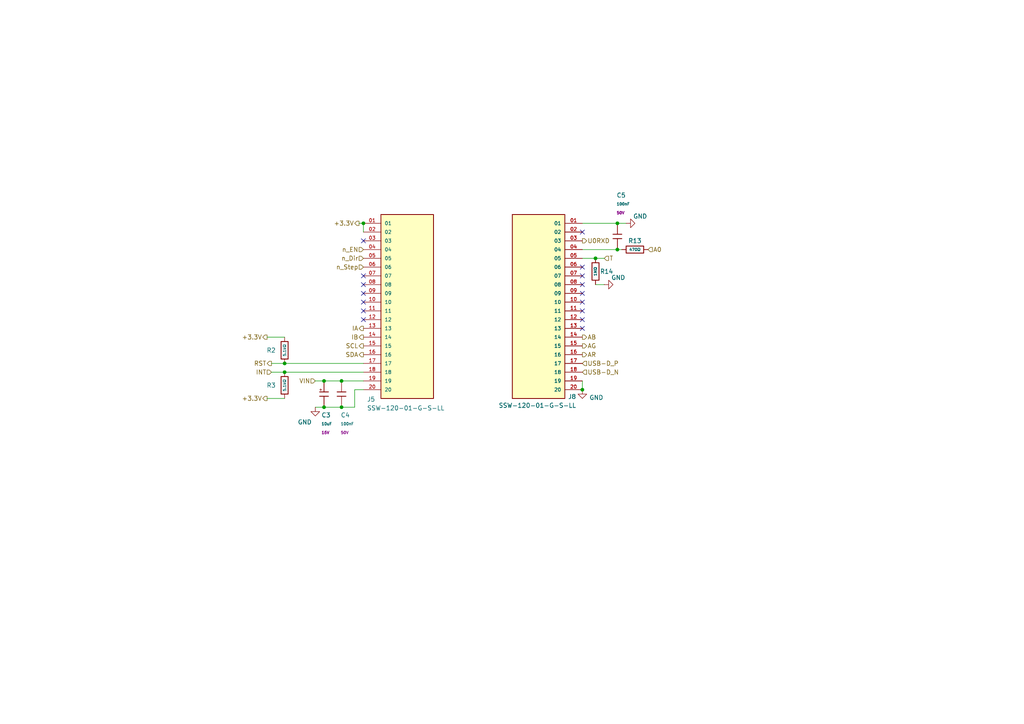
<source format=kicad_sch>
(kicad_sch (version 20250114) (generator "eeschema") (generator_version "9.0")
  (paper "A4")
  (lib_symbols
    (symbol "PCM_JLCPCB-Capacitors:0603,100nF" (pin_numbers (hide yes)) (pin_names (offset 0))
      (property "Reference" "C" (at 2.032 1.668 0))
      (property "Value" "100nF" (at 2.032 -0.3782 0))
      (property "Voltage Rated" "50V" (at 2.032 -2.0462 0))
      (symbol "0603,100nF_0_1"
        (polyline (pts (xy -1.27 0.635) (xy 1.27 0.635)) (stroke (width 0.254)))
        (polyline (pts (xy -1.27 -0.635) (xy 1.27 -0.635)) (stroke (width 0.254)))
      )
      (symbol "0603,100nF_1_1"
        (pin passive line (at 0 3.81 270) (length 3.175) (name "~") (number "1"))
        (pin passive line (at 0 -3.81 90) (length 3.175) (name "~") (number "2"))
      )
    )
    (symbol "PCM_JLCPCB-Capacitors:CASE-A-3216-18(mm),10uF" (pin_numbers (hide yes)) (pin_names (offset 0))
      (property "Reference" "C" (at 2.032 1.668 0))
      (property "Value" "10uF" (at 2.032 -0.3782 0))
      (property "Rated Voltage" "16V" (at 2.032 -2.0462 0))
      (symbol "CASE-A-3216-18(mm),10uF_0_1"
        (polyline (pts (xy -1.27 1.27) (xy -0.635 1.27)) (stroke (width 0.127)))
        (polyline (pts (xy -1.27 0.635) (xy 1.27 0.635)) (stroke (width 0.254)))
        (polyline (pts (xy -1.27 -0.635) (xy 1.27 -0.635)) (stroke (width 0.254)))
        (polyline (pts (xy -0.9525 1.5875) (xy -0.9525 0.9525)) (stroke (width 0.127)))
      )
      (symbol "CASE-A-3216-18(mm),10uF_1_1"
        (pin passive line (at 0 3.81 270) (length 3.175) (name "~") (number "1"))
        (pin passive line (at 0 -3.81 90) (length 3.175) (name "~") (number "2"))
      )
    )
    (symbol "PCM_JLCPCB-Resistors:0603,1MΩ" (pin_numbers (hide yes)) (pin_names (offset 0))
      (property "Reference" "R" (at 1.778 0 0))
      (property "Value" "1MΩ" (at 0 0 90))
      (symbol "0603,1MΩ_0_1"
        (rectangle (start -1.016 2.54) (end 1.016 -2.54) (stroke (width 0.254)))
      )
      (symbol "0603,1MΩ_1_1"
        (pin passive line (at 0 3.81 270) (length 1.27) (name "~") (number "1"))
        (pin passive line (at 0 -3.81 90) (length 1.27) (name "~") (number "2"))
      )
    )
    (symbol "PCM_JLCPCB-Resistors:0603,470Ω" (pin_numbers (hide yes)) (pin_names (offset 0))
      (property "Reference" "R" (at 1.778 0 0))
      (property "Value" "470Ω" (at 0 0 90))
      (symbol "0603,470Ω_0_1"
        (rectangle (start -1.016 2.54) (end 1.016 -2.54) (stroke (width 0.254)))
      )
      (symbol "0603,470Ω_1_1"
        (pin passive line (at 0 3.81 270) (length 1.27) (name "~") (number "1"))
        (pin passive line (at 0 -3.81 90) (length 1.27) (name "~") (number "2"))
      )
    )
    (symbol "PCM_JLCPCB-Resistors:0603,5.1kΩ" (pin_numbers (hide yes)) (pin_names (offset 0))
      (property "Reference" "R" (at 1.778 0 0))
      (property "Value" "5.1kΩ" (at 0 0 90))
      (symbol "0603,5.1kΩ_0_1"
        (rectangle (start -1.016 2.54) (end 1.016 -2.54) (stroke (width 0.254)))
      )
      (symbol "0603,5.1kΩ_1_1"
        (pin passive line (at 0 3.81 270) (length 1.27) (name "~") (number "1"))
        (pin passive line (at 0 -3.81 90) (length 1.27) (name "~") (number "2"))
      )
    )
    (symbol "SSW-120-01-G-S-LL:SSW-120-01-G-S-LL" (pin_names (offset 1.016))
      (property "Reference" "J" (at -8.12 27.94 0))
      (property "Value" "SSW-120-01-G-S-LL" (at -7.62 -27.94 0))
      (symbol "SSW-120-01-G-S-LL_0_0"
        (rectangle (start -7.62 -25.4) (end 7.62 27.94) (stroke (width 0.254)) (fill (type background)))
        (pin passive line (at -12.7 25.4 0) (length 5.08) (name "01") (number "01"))
        (pin passive line (at -12.7 22.86 0) (length 5.08) (name "02") (number "02"))
        (pin passive line (at -12.7 20.32 0) (length 5.08) (name "03") (number "03"))
        (pin passive line (at -12.7 17.78 0) (length 5.08) (name "04") (number "04"))
        (pin passive line (at -12.7 15.24 0) (length 5.08) (name "05") (number "05"))
        (pin passive line (at -12.7 12.7 0) (length 5.08) (name "06") (number "06"))
        (pin passive line (at -12.7 10.16 0) (length 5.08) (name "07") (number "07"))
        (pin passive line (at -12.7 7.62 0) (length 5.08) (name "08") (number "08"))
        (pin passive line (at -12.7 5.08 0) (length 5.08) (name "09") (number "09"))
        (pin passive line (at -12.7 2.54 0) (length 5.08) (name "10") (number "10"))
        (pin passive line (at -12.7 0 0) (length 5.08) (name "11") (number "11"))
        (pin passive line (at -12.7 -2.54 0) (length 5.08) (name "12") (number "12"))
        (pin passive line (at -12.7 -5.08 0) (length 5.08) (name "13") (number "13"))
        (pin passive line (at -12.7 -7.62 0) (length 5.08) (name "14") (number "14"))
        (pin passive line (at -12.7 -10.16 0) (length 5.08) (name "15") (number "15"))
        (pin passive line (at -12.7 -12.7 0) (length 5.08) (name "16") (number "16"))
        (pin passive line (at -12.7 -15.24 0) (length 5.08) (name "17") (number "17"))
        (pin passive line (at -12.7 -17.78 0) (length 5.08) (name "18") (number "18"))
        (pin passive line (at -12.7 -20.32 0) (length 5.08) (name "19") (number "19"))
        (pin passive line (at -12.7 -22.86 0) (length 5.08) (name "20") (number "20"))
      )
    )
    (symbol "power:GND" (power) (pin_numbers (hide yes)) (pin_names (offset 0) (hide yes))
      (property "Value" "GND" (at 0 -3.81 0))
      (symbol "GND_0_1"
        (polyline (pts (xy 0 0) (xy 0 -1.27) (xy 1.27 -1.27) (xy 0 -2.54) (xy -1.27 -1.27) (xy 0 -1.27)))
      )
      (symbol "GND_1_1"
        (pin power_in line (at 0 0 270) (length 0) (name "~") (number "1"))
      )
    )
  )
  (junction (at 168.91 113.03))
  (junction (at 82.55 105.41))
  (junction (at 179.07 64.77))
  (junction (at 93.98 118.11))
  (junction (at 82.55 107.95))
  (junction (at 99.06 110.49))
  (junction (at 172.72 74.93))
  (junction (at 179.07 72.39))
  (junction (at 99.06 118.11))
  (junction (at 105.41 64.77))
  (junction (at 93.98 110.49))
  (no_connect (at 168.91 95.25))
  (no_connect (at 105.41 69.85))
  (no_connect (at 168.91 77.47))
  (no_connect (at 168.91 92.71))
  (no_connect (at 168.91 67.31))
  (no_connect (at 105.41 92.71))
  (no_connect (at 105.41 85.09))
  (no_connect (at 168.91 80.01))
  (no_connect (at 168.91 85.09))
  (no_connect (at 105.41 87.63))
  (no_connect (at 105.41 90.17))
  (no_connect (at 168.91 82.55))
  (no_connect (at 168.91 87.63))
  (no_connect (at 105.41 80.01))
  (no_connect (at 105.41 82.55))
  (no_connect (at 168.91 90.17))
  (wire (pts (xy 99.06 110.49) (xy 105.41 110.49)))
  (wire (pts (xy 93.98 110.49) (xy 91.44 110.49)))
  (wire (pts (xy 91.44 118.11) (xy 93.98 118.11)))
  (wire (pts (xy 82.55 115.57) (xy 77.47 115.57)))
  (wire (pts (xy 82.55 107.95) (xy 105.41 107.95)))
  (wire (pts (xy 78.74 105.41) (xy 82.55 105.41)))
  (wire (pts (xy 102.87 118.11) (xy 102.87 113.03)))
  (wire (pts (xy 172.72 74.93) (xy 175.26 74.93)))
  (wire (pts (xy 82.55 105.41) (xy 105.41 105.41)))
  (wire (pts (xy 168.91 110.49) (xy 168.91 113.03)))
  (wire (pts (xy 104.14 64.77) (xy 105.41 64.77)))
  (wire (pts (xy 168.91 64.77) (xy 179.07 64.77)))
  (wire (pts (xy 179.07 72.39) (xy 180.34 72.39)))
  (wire (pts (xy 93.98 118.11) (xy 99.06 118.11)))
  (wire (pts (xy 93.98 110.49) (xy 99.06 110.49)))
  (wire (pts (xy 168.91 74.93) (xy 172.72 74.93)))
  (wire (pts (xy 102.87 113.03) (xy 105.41 113.03)))
  (wire (pts (xy 82.55 97.79) (xy 77.47 97.79)))
  (wire (pts (xy 105.41 64.77) (xy 105.41 67.31)))
  (wire (pts (xy 168.91 72.39) (xy 179.07 72.39)))
  (wire (pts (xy 78.74 107.95) (xy 82.55 107.95)))
  (wire (pts (xy 99.06 118.11) (xy 102.87 118.11)))
  (wire (pts (xy 179.07 64.77) (xy 181.61 64.77)))
  (wire (pts (xy 175.26 82.55) (xy 172.72 82.55)))
  (hierarchical_label "n_Dir" (shape input) (at 105.41 74.93 180))
  (hierarchical_label "USB-D_N" (shape input) (at 168.91 107.95 0))
  (hierarchical_label "VIN" (shape input) (at 91.44 110.49 180))
  (hierarchical_label "+3.3V" (shape output) (at 104.14 64.77 180))
  (hierarchical_label "+3.3V" (shape output) (at 77.47 115.57 180))
  (hierarchical_label "IB" (shape output) (at 105.41 97.79 180))
  (hierarchical_label "AG" (shape output) (at 168.91 100.33 0))
  (hierarchical_label "USB-D_P" (shape input) (at 168.91 105.41 0))
  (hierarchical_label "SDA" (shape output) (at 105.41 102.87 180))
  (hierarchical_label "INT" (shape input) (at 78.74 107.95 180))
  (hierarchical_label "n_EN" (shape input) (at 105.41 72.39 180))
  (hierarchical_label "RST" (shape output) (at 78.74 105.41 180))
  (hierarchical_label "T" (shape input) (at 175.26 74.93 0))
  (hierarchical_label "AR" (shape output) (at 168.91 102.87 0))
  (hierarchical_label "SCL" (shape output) (at 105.41 100.33 180))
  (hierarchical_label "n_Step" (shape input) (at 105.41 77.47 180))
  (hierarchical_label "AB" (shape output) (at 168.91 97.79 0))
  (hierarchical_label "A0" (shape input) (at 187.96 72.39 0))
  (hierarchical_label "U0RXD" (shape output) (at 168.91 69.85 0))
  (hierarchical_label "+3.3V" (shape output) (at 77.47 97.79 180))
  (hierarchical_label "IA" (shape output) (at 105.41 95.25 180))
  (symbol (lib_id "PCM_JLCPCB-Resistors:0603,1MΩ") (at 172.72 78.74 0) (unit 1)
    (property "Reference" "R14" (at 173.99 78.74 0) (effects (justify left)))
    (property "Value" "1MΩ" (at 172.72 78.74 90) (effects (font (size 0.8 0.8))))
    (property "Footprint" "PCM_JLCPCB:R_0603" (effects (hide yes)))
    (property "Datasheet" "https://www.lcsc.com/datasheet/lcsc_datasheet_2206010130_UNI-ROYAL-Uniroyal-Elec-0603WAF1004T5E_C22935.pdf" (effects (hide yes)))
    (property "Description" "100mW Thick Film Resistors 75V ±100ppm/°C ±1% 1MΩ 0603 Chip Resistor - Surface Mount ROHS" (effects (hide yes)))
    (property "LCSC" "C22935" (effects (hide yes)))
    (property "Stock" "2622758" (effects (hide yes)))
    (property "Price" "0.004USD" (effects (hide yes)))
    (property "Process" "SMT" (effects (hide yes)))
    (property "Minimum Qty" "20" (effects (hide yes)))
    (property "Attrition Qty" "10" (effects (hide yes)))
    (property "Class" "Basic Component" (effects (hide yes)))
    (property "Category" "Resistors,Chip Resistor - Surface Mount" (effects (hide yes)))
    (property "Manufacturer" "UNI-ROYAL(Uniroyal Elec)" (effects (hide yes)))
    (property "Part" "0603WAF1004T5E" (effects (hide yes)))
    (property "Resistance" "1MΩ" (effects (hide yes)))
    (property "Power(Watts)" "100mW" (effects (hide yes)))
    (property "Type" "Thick Film Resistors" (effects (hide yes)))
    (property "Overload Voltage (Max)" "75V" (effects (hide yes)))
    (property "Operating Temperature Range" "-55°C~+155°C" (effects (hide yes)))
    (property "Tolerance" "±1%" (effects (hide yes)))
    (property "Temperature Coefficient" "±100ppm/°C" (effects (hide yes)))
  )
  (symbol (lib_id "power:GND") (at 91.44 118.11 0) (mirror y) (unit 1)
    (property "Reference" "#PWR012" (effects (hide yes)))
    (property "Value" "GND" (at 88.392 122.428 0))
    (property "Description" "Power symbol creates a global label with name \"GND\" , ground" (effects (hide yes)))
  )
  (symbol (lib_id "PCM_JLCPCB-Resistors:0603,470Ω") (at 184.15 72.39 90) (unit 1)
    (property "Reference" "R13" (at 184.15 69.85 90))
    (property "Value" "470Ω" (at 184.15 72.39 90) (effects (font (size 0.8 0.8))))
    (property "Footprint" "PCM_JLCPCB:R_0603" (effects (hide yes)))
    (property "Datasheet" "https://www.lcsc.com/datasheet/lcsc_datasheet_2206010116_UNI-ROYAL-Uniroyal-Elec-0603WAF4700T5E_C23179.pdf" (effects (hide yes)))
    (property "Description" "100mW Thick Film Resistors 75V ±100ppm/°C ±1% 470Ω 0603 Chip Resistor - Surface Mount ROHS" (effects (hide yes)))
    (property "LCSC" "C23179" (effects (hide yes)))
    (property "Stock" "3850085" (effects (hide yes)))
    (property "Price" "0.004USD" (effects (hide yes)))
    (property "Process" "SMT" (effects (hide yes)))
    (property "Minimum Qty" "20" (effects (hide yes)))
    (property "Attrition Qty" "10" (effects (hide yes)))
    (property "Class" "Basic Component" (effects (hide yes)))
    (property "Category" "Resistors,Chip Resistor - Surface Mount" (effects (hide yes)))
    (property "Manufacturer" "UNI-ROYAL(Uniroyal Elec)" (effects (hide yes)))
    (property "Part" "0603WAF4700T5E" (effects (hide yes)))
    (property "Resistance" "470Ω" (effects (hide yes)))
    (property "Power(Watts)" "100mW" (effects (hide yes)))
    (property "Type" "Thick Film Resistors" (effects (hide yes)))
    (property "Overload Voltage (Max)" "75V" (effects (hide yes)))
    (property "Operating Temperature Range" "-55°C~+155°C" (effects (hide yes)))
    (property "Tolerance" "±1%" (effects (hide yes)))
    (property "Temperature Coefficient" "±100ppm/°C" (effects (hide yes)))
  )
  (symbol (lib_id "SSW-120-01-G-S-LL:SSW-120-01-G-S-LL") (at 118.11 90.17 0) (unit 1)
    (property "Reference" "J5" (at 106.426 115.824 0) (effects (justify left)))
    (property "Value" "SSW-120-01-G-S-LL" (at 106.426 118.364 0) (effects (justify left)))
    (property "Footprint" "Custom Components:SAMTEC_SSW-120-01-G-S-LL" (effects (hide yes)))
    (property "PARTREV" "R" (effects (hide yes)))
    (property "STANDARD" "Manufacturer Recommendations" (effects (hide yes)))
    (property "MANUFACTURER" "Samtec" (effects (hide yes)))
  )
  (symbol (lib_id "SSW-120-01-G-S-LL:SSW-120-01-G-S-LL") (at 156.21 90.17 0) (mirror y) (unit 1)
    (property "Reference" "J8" (at 167.132 115.062 0) (effects (justify left)))
    (property "Value" "SSW-120-01-G-S-LL" (at 167.132 117.602 0) (effects (justify left)))
    (property "Footprint" "Custom Components:SAMTEC_SSW-120-01-G-S-LL" (effects (hide yes)))
    (property "PARTREV" "R" (effects (hide yes)))
    (property "STANDARD" "Manufacturer Recommendations" (effects (hide yes)))
    (property "MANUFACTURER" "Samtec" (effects (hide yes)))
  )
  (symbol (lib_id "power:GND") (at 181.61 64.77 90) (unit 1)
    (property "Reference" "#PWR011" (effects (hide yes)))
    (property "Value" "GND" (at 185.674 62.738 90))
    (property "Description" "Power symbol creates a global label with name \"GND\" , ground" (effects (hide yes)))
  )
  (symbol (lib_id "power:GND") (at 168.91 113.03 0) (unit 1)
    (property "Reference" "#PWR010" (effects (hide yes)))
    (property "Value" "GND" (at 172.974 115.316 0))
    (property "Description" "Power symbol creates a global label with name \"GND\" , ground" (effects (hide yes)))
  )
  (symbol (lib_id "PCM_JLCPCB-Resistors:0603,5.1kΩ") (at 82.55 101.6 0) (mirror y) (unit 1)
    (property "Reference" "R2" (at 80.01 101.5999 0) (effects (justify left)))
    (property "Value" "5.1kΩ" (at 82.55 101.6 90) (effects (font (size 0.8 0.8))))
    (property "Footprint" "PCM_JLCPCB:R_0603" (effects (hide yes)))
    (property "Datasheet" "https://www.lcsc.com/datasheet/lcsc_datasheet_2206010116_UNI-ROYAL-Uniroyal-Elec-0603WAF5101T5E_C23186.pdf" (effects (hide yes)))
    (property "Description" "100mW Thick Film Resistors 75V ±100ppm/°C ±1% 5.1kΩ 0603 Chip Resistor - Surface Mount ROHS" (effects (hide yes)))
    (property "LCSC" "C23186" (effects (hide yes)))
    (property "Stock" "7250477" (effects (hide yes)))
    (property "Price" "0.004USD" (effects (hide yes)))
    (property "Process" "SMT" (effects (hide yes)))
    (property "Minimum Qty" "20" (effects (hide yes)))
    (property "Attrition Qty" "10" (effects (hide yes)))
    (property "Class" "Basic Component" (effects (hide yes)))
    (property "Category" "Resistors,Chip Resistor - Surface Mount" (effects (hide yes)))
    (property "Manufacturer" "UNI-ROYAL(Uniroyal Elec)" (effects (hide yes)))
    (property "Part" "0603WAF5101T5E" (effects (hide yes)))
    (property "Resistance" "5.1kΩ" (effects (hide yes)))
    (property "Power(Watts)" "100mW" (effects (hide yes)))
    (property "Type" "Thick Film Resistors" (effects (hide yes)))
    (property "Overload Voltage (Max)" "75V" (effects (hide yes)))
    (property "Operating Temperature Range" "-55°C~+155°C" (effects (hide yes)))
    (property "Tolerance" "±1%" (effects (hide yes)))
    (property "Temperature Coefficient" "±100ppm/°C" (effects (hide yes)))
  )
  (symbol (lib_id "PCM_JLCPCB-Capacitors:0603,100nF") (at 179.07 68.58 0) (unit 1)
    (property "Reference" "C5" (at 178.816 56.642 0) (effects (justify left)))
    (property "Value" "100nF" (at 178.816 59.1821 0) (effects (font (size 0.8 0.8)) (justify left)))
    (property "Footprint" "PCM_JLCPCB:C_0603" (effects (hide yes)))
    (property "Datasheet" "https://www.lcsc.com/datasheet/lcsc_datasheet_2211101700_YAGEO-CC0603KRX7R9BB104_C14663.pdf" (effects (hide yes)))
    (property "Description" "50V 100nF X7R ±10% 0603 Multilayer Ceramic Capacitors MLCC - SMD/SMT ROHS" (effects (hide yes)))
    (property "LCSC" "C14663" (effects (hide yes)))
    (property "Stock" "53840495" (effects (hide yes)))
    (property "Price" "0.006USD" (effects (hide yes)))
    (property "Process" "SMT" (effects (hide yes)))
    (property "Minimum Qty" "20" (effects (hide yes)))
    (property "Attrition Qty" "10" (effects (hide yes)))
    (property "Class" "Basic Component" (effects (hide yes)))
    (property "Category" "Capacitors,Multilayer Ceramic Capacitors MLCC - SMD/SMT" (effects (hide yes)))
    (property "Manufacturer" "YAGEO" (effects (hide yes)))
    (property "Part" "CC0603KRX7R9BB104" (effects (hide yes)))
    (property "Voltage Rated" "50V" (at 178.816 61.7221 0) (effects (font (size 0.8 0.8)) (justify left)))
    (property "Tolerance" "±10%" (effects (hide yes)))
    (property "Capacitance" "100nF" (effects (hide yes)))
    (property "Temperature Coefficient" "X7R" (effects (hide yes)))
  )
  (symbol (lib_id "PCM_JLCPCB-Capacitors:0603,100nF") (at 99.06 114.3 0) (unit 1)
    (property "Reference" "C4" (at 98.806 120.3959 0) (effects (justify left)))
    (property "Value" "100nF" (at 98.806 122.936 0) (effects (font (size 0.8 0.8)) (justify left)))
    (property "Footprint" "PCM_JLCPCB:C_0603" (effects (hide yes)))
    (property "Datasheet" "https://www.lcsc.com/datasheet/lcsc_datasheet_2211101700_YAGEO-CC0603KRX7R9BB104_C14663.pdf" (effects (hide yes)))
    (property "Description" "50V 100nF X7R ±10% 0603 Multilayer Ceramic Capacitors MLCC - SMD/SMT ROHS" (effects (hide yes)))
    (property "LCSC" "C14663" (effects (hide yes)))
    (property "Stock" "53840495" (effects (hide yes)))
    (property "Price" "0.006USD" (effects (hide yes)))
    (property "Process" "SMT" (effects (hide yes)))
    (property "Minimum Qty" "20" (effects (hide yes)))
    (property "Attrition Qty" "10" (effects (hide yes)))
    (property "Class" "Basic Component" (effects (hide yes)))
    (property "Category" "Capacitors,Multilayer Ceramic Capacitors MLCC - SMD/SMT" (effects (hide yes)))
    (property "Manufacturer" "YAGEO" (effects (hide yes)))
    (property "Part" "CC0603KRX7R9BB104" (effects (hide yes)))
    (property "Voltage Rated" "50V" (at 98.806 125.476 0) (effects (font (size 0.8 0.8)) (justify left)))
    (property "Tolerance" "±10%" (effects (hide yes)))
    (property "Capacitance" "100nF" (effects (hide yes)))
    (property "Temperature Coefficient" "X7R" (effects (hide yes)))
  )
  (symbol (lib_id "power:GND") (at 175.26 82.55 90) (unit 1)
    (property "Reference" "#PWR013" (effects (hide yes)))
    (property "Value" "GND" (at 179.324 80.518 90))
    (property "Description" "Power symbol creates a global label with name \"GND\" , ground" (effects (hide yes)))
  )
  (symbol (lib_id "PCM_JLCPCB-Resistors:0603,5.1kΩ") (at 82.55 111.76 0) (mirror y) (unit 1)
    (property "Reference" "R3" (at 80.01 111.7599 0) (effects (justify left)))
    (property "Value" "5.1kΩ" (at 82.55 111.76 90) (effects (font (size 0.8 0.8))))
    (property "Footprint" "PCM_JLCPCB:R_0603" (effects (hide yes)))
    (property "Datasheet" "https://www.lcsc.com/datasheet/lcsc_datasheet_2206010116_UNI-ROYAL-Uniroyal-Elec-0603WAF5101T5E_C23186.pdf" (effects (hide yes)))
    (property "Description" "100mW Thick Film Resistors 75V ±100ppm/°C ±1% 5.1kΩ 0603 Chip Resistor - Surface Mount ROHS" (effects (hide yes)))
    (property "LCSC" "C23186" (effects (hide yes)))
    (property "Stock" "7250477" (effects (hide yes)))
    (property "Price" "0.004USD" (effects (hide yes)))
    (property "Process" "SMT" (effects (hide yes)))
    (property "Minimum Qty" "20" (effects (hide yes)))
    (property "Attrition Qty" "10" (effects (hide yes)))
    (property "Class" "Basic Component" (effects (hide yes)))
    (property "Category" "Resistors,Chip Resistor - Surface Mount" (effects (hide yes)))
    (property "Manufacturer" "UNI-ROYAL(Uniroyal Elec)" (effects (hide yes)))
    (property "Part" "0603WAF5101T5E" (effects (hide yes)))
    (property "Resistance" "5.1kΩ" (effects (hide yes)))
    (property "Power(Watts)" "100mW" (effects (hide yes)))
    (property "Type" "Thick Film Resistors" (effects (hide yes)))
    (property "Overload Voltage (Max)" "75V" (effects (hide yes)))
    (property "Operating Temperature Range" "-55°C~+155°C" (effects (hide yes)))
    (property "Tolerance" "±1%" (effects (hide yes)))
    (property "Temperature Coefficient" "±100ppm/°C" (effects (hide yes)))
  )
  (symbol (lib_id "PCM_JLCPCB-Capacitors:CASE-A-3216-18(mm),10uF") (at 93.98 114.3 0) (unit 1)
    (property "Reference" "C3" (at 93.218 120.3959 0) (effects (justify left)))
    (property "Value" "10uF" (at 93.218 122.936 0) (effects (font (size 0.8 0.8)) (justify left)))
    (property "Footprint" "PCM_JLCPCB:C_CASE-A-3216-18(mm)" (effects (hide yes)))
    (property "Datasheet" "https://www.lcsc.com/datasheet/lcsc_datasheet_2304140030_Kyocera-AVX-TAJA106K016RNJ_C7171.pdf" (effects (hide yes)))
    (property "Description" "10uF 16V 3Ω@100kHz ±10% CASE-A-3216-18(mm) Tantalum Capacitors ROHS" (effects (hide yes)))
    (property "LCSC" "C7171" (effects (hide yes)))
    (property "Stock" "1380495" (effects (hide yes)))
    (property "Price" "0.151USD" (effects (hide yes)))
    (property "Process" "SMT" (effects (hide yes)))
    (property "Minimum Qty" "5" (effects (hide yes)))
    (property "Attrition Qty" "2" (effects (hide yes)))
    (property "Class" "Basic Component" (effects (hide yes)))
    (property "Category" "Capacitors,Tantalum Capacitors" (effects (hide yes)))
    (property "Manufacturer" "AVX" (effects (hide yes)))
    (property "Part" "TAJA106K016RNJ" (effects (hide yes)))
    (property "Operating Temperature" "-55°C~+125°C" (effects (hide yes)))
    (property "Equivalent Series Resistance(ESR)" "3Ω@100kHz" (effects (hide yes)))
    (property "Tolerance" "±10%" (effects (hide yes)))
    (property "Capacitance" "10uF" (effects (hide yes)))
    (property "Rated Voltage" "16V" (at 93.218 125.476 0) (effects (font (size 0.8 0.8)) (justify left)))
  )
)
</source>
